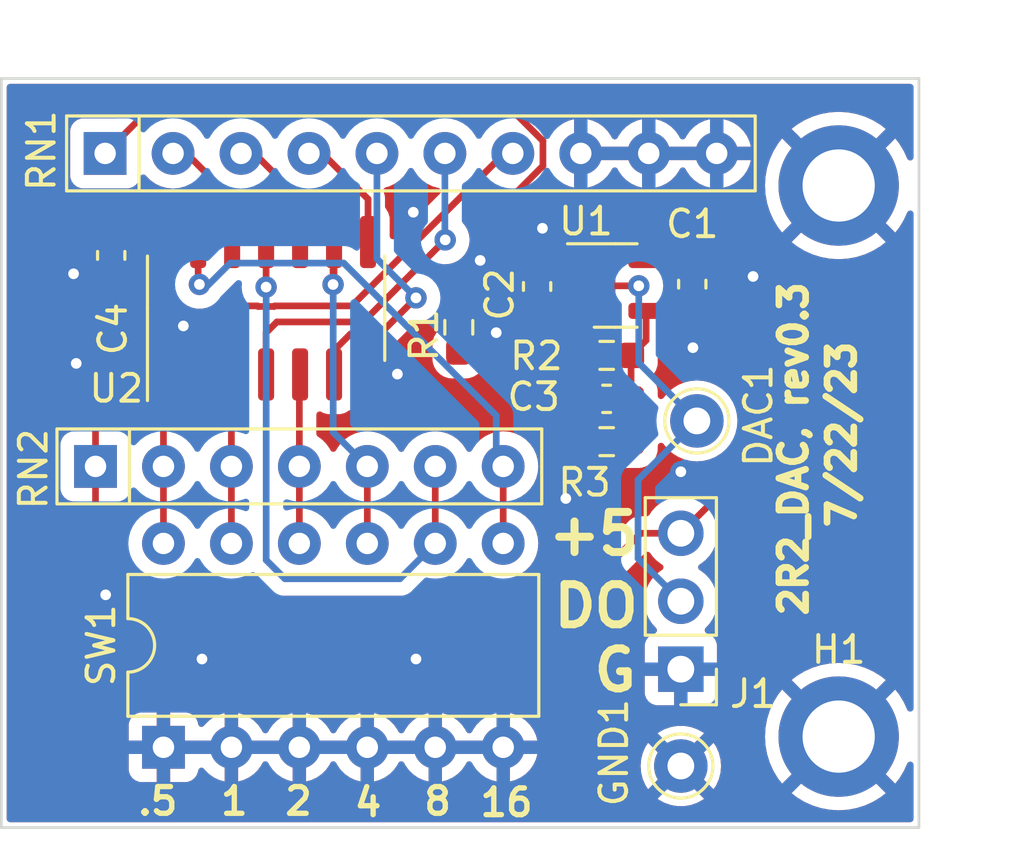
<source format=kicad_pcb>
(kicad_pcb (version 20221018) (generator pcbnew)
  (layers (0 "F.Cu" signal) (31 "B.Cu" signal) (34 "B.Paste" user) (35 "F.Paste" user) (36 "B.SilkS" user "B.Silkscreen") (37 "F.SilkS" user "F.Silkscreen") (38 "B.Mask" user) (39 "F.Mask" user) (44 "Edge.Cuts" user))
  (net 0 "")
  (net 1 "GND")
  (net 2 "+5V")
  (net 3 "Net-(J1-Pin_2)")
  (net 4 "Net-(U1--)")
  (net 5 "Net-(RN1-BIT_OUT)")
  (net 6 "Net-(RN1-MSB_1)")
  (net 7 "Net-(RN1-2)")
  (net 8 "Net-(RN1-R3)")
  (net 9 "Net-(RN1-R4)")
  (net 10 "Net-(RN1-R5)")
  (net 11 "Net-(RN1-R6)")
  (net 12 "Net-(RN2-R3)")
  (net 13 "Net-(RN2-R4)")
  (net 14 "Net-(RN2-R5)")
  (net 15 "Net-(RN2-R6)")
  (net 16 "Net-(RN2-R1)")
  (net 17 "Net-(RN2-R2)")
  (footprint "Package_TO_SOT_SMD:SOT-23-5" (layer "F.Cu") (at 101.897 106.2535)
    (fp_text reference "U1" (at -1.1125 -2.4) (layer "F.SilkS"))
    (fp_text value "MCP6001-OT")
    (fp_line (start 0 -1.56) (end -1.8 -1.56) (stroke (width 0.12)) (layer "F.SilkS"))
    (fp_line (start 0 -1.56) (end 0.8 -1.56) (stroke (width 0.12)) (layer "F.SilkS"))
    (fp_line (start 0 1.56) (end -0.8 1.56) (stroke (width 0.12)) (layer "F.SilkS"))
    (fp_line (start 0 1.56) (end 0.8 1.56) (stroke (width 0.12)) (layer "F.SilkS"))
    (pad "1" smd roundrect (at -1.1375 -0.95) (size 1.325 0.6) (layers "F.Cu" "F.Paste" "F.Mask") (net 3 "Net-(J1-Pin_2)"))
    (pad "2" smd roundrect (at -1.1375 0) (size 1.325 0.6) (layers "F.Cu" "F.Paste" "F.Mask") (net 1 "GND"))
    (pad "3" smd roundrect (at -1.1375 0.95) (size 1.325 0.6) (layers "F.Cu" "F.Paste" "F.Mask") (net 5 "Net-(RN1-BIT_OUT)"))
    (pad "4" smd roundrect (at 1.1375 0.95) (size 1.325 0.6) (layers "F.Cu" "F.Paste" "F.Mask") (net 4 "Net-(U1--)"))
    (pad "5" smd roundrect (at 1.1375 -0.95) (size 1.325 0.6) (layers "F.Cu" "F.Paste" "F.Mask") (net 2 "+5V"))
  )
  (footprint "Capacitor_SMD:C_0603_1608Metric_Pad1.08x0.95mm_HandSolder" (layer "F.Cu") (at 98.9595 106.291 90)
    (fp_text reference "C2" (at -0.3 -1.4 90) (layer "F.SilkS"))
    (fp_text value "100pF")
    (fp_line (start -0.146267 -0.51) (end 0.146267 -0.51) (stroke (width 0.12)) (layer "F.SilkS"))
    (fp_line (start -0.146267 0.51) (end 0.146267 0.51) (stroke (width 0.12)) (layer "F.SilkS"))
    (pad "1" smd roundrect (at -0.8625 0 90) (size 1.075 0.95) (layers "F.Cu" "F.Paste" "F.Mask") (net 5 "Net-(RN1-BIT_OUT)"))
    (pad "2" smd roundrect (at 0.8625 0 90) (size 1.075 0.95) (layers "F.Cu" "F.Paste" "F.Mask") (net 1 "GND"))
  )
  (footprint "Resistor_THT:R_Array_SIP7" (layer "F.Cu") (at 82.452 113.016)
    (fp_text reference "RN2" (at -2.32 0.1 90) (layer "F.SilkS"))
    (fp_text value "10K_NET")
    (fp_line (start -1.44 -1.4) (end -1.44 1.4) (stroke (width 0.12)) (layer "F.SilkS"))
    (fp_line (start -1.44 1.4) (end 16.68 1.4) (stroke (width 0.12)) (layer "F.SilkS"))
    (fp_line (start 1.27 -1.4) (end 1.27 1.4) (stroke (width 0.12)) (layer "F.SilkS"))
    (fp_line (start 16.68 -1.4) (end -1.44 -1.4) (stroke (width 0.12)) (layer "F.SilkS"))
    (fp_line (start 16.68 1.4) (end 16.68 -1.4) (stroke (width 0.12)) (layer "F.SilkS"))
    (pad "1" thru_hole rect (at 0 0) (size 1.6 1.6) (drill 0.8) (layers "*.Cu" "*.Mask") (net 2 "+5V"))
    (pad "2" thru_hole oval (at 2.54 0) (size 1.6 1.6) (drill 0.8) (layers "*.Cu" "*.Mask") (net 16 "Net-(RN2-R1)"))
    (pad "3" thru_hole oval (at 5.08 0) (size 1.6 1.6) (drill 0.8) (layers "*.Cu" "*.Mask") (net 17 "Net-(RN2-R2)"))
    (pad "4" thru_hole oval (at 7.62 0) (size 1.6 1.6) (drill 0.8) (layers "*.Cu" "*.Mask") (net 12 "Net-(RN2-R3)"))
    (pad "5" thru_hole oval (at 10.16 0) (size 1.6 1.6) (drill 0.8) (layers "*.Cu" "*.Mask") (net 13 "Net-(RN2-R4)"))
    (pad "6" thru_hole oval (at 12.7 0) (size 1.6 1.6) (drill 0.8) (layers "*.Cu" "*.Mask") (net 14 "Net-(RN2-R5)"))
    (pad "7" thru_hole oval (at 15.24 0) (size 1.6 1.6) (drill 0.8) (layers "*.Cu" "*.Mask") (net 15 "Net-(RN2-R6)"))
  )
  (footprint "Capacitor_SMD:C_0603_1608Metric_Pad1.08x0.95mm_HandSolder" (layer "F.Cu") (at 101.5595 110.491)
    (fp_text reference "C3" (at -2.7275 -0.075) (layer "F.SilkS"))
    (fp_text value "100pF")
    (fp_line (start -0.146267 -0.51) (end 0.146267 -0.51) (stroke (width 0.12)) (layer "F.SilkS"))
    (fp_line (start -0.146267 0.51) (end 0.146267 0.51) (stroke (width 0.12)) (layer "F.SilkS"))
    (pad "1" smd roundrect (at -0.8625 0) (size 1.075 0.95) (layers "F.Cu" "F.Paste" "F.Mask") (net 3 "Net-(J1-Pin_2)"))
    (pad "2" smd roundrect (at 0.8625 0) (size 1.075 0.95) (layers "F.Cu" "F.Paste" "F.Mask") (net 4 "Net-(U1--)"))
  )
  (footprint "Package_DIP:DIP-12_W7.62mm" (layer "F.Cu") (at 84.992 123.516 90)
    (fp_text reference "SW1" (at 3.81 -2.33 90) (layer "F.SilkS"))
    (fp_text value "SW_DIP_x06")
    (fp_line (start 1.16 -1.33) (end 1.16 14.03) (stroke (width 0.12)) (layer "F.SilkS"))
    (fp_line (start 1.16 14.03) (end 6.46 14.03) (stroke (width 0.12)) (layer "F.SilkS"))
    (fp_line (start 2.81 -1.33) (end 1.16 -1.33) (stroke (width 0.12)) (layer "F.SilkS"))
    (fp_line (start 6.46 -1.33) (end 4.81 -1.33) (stroke (width 0.12)) (layer "F.SilkS"))
    (fp_line (start 6.46 14.03) (end 6.46 -1.33) (stroke (width 0.12)) (layer "F.SilkS"))
    (fp_arc (start 4.81 -1.33) (mid 3.81 -0.33) (end 2.81 -1.33) (stroke (width 0.12)) (layer "F.SilkS"))
    (pad "1" thru_hole rect (at 0 0 90) (size 1.6 1.6) (drill 0.8) (layers "*.Cu" "*.Mask") (net 1 "GND"))
    (pad "2" thru_hole oval (at 0 2.54 90) (size 1.6 1.6) (drill 0.8) (layers "*.Cu" "*.Mask") (net 1 "GND"))
    (pad "3" thru_hole oval (at 0 5.08 90) (size 1.6 1.6) (drill 0.8) (layers "*.Cu" "*.Mask") (net 1 "GND"))
    (pad "4" thru_hole oval (at 0 7.62 90) (size 1.6 1.6) (drill 0.8) (layers "*.Cu" "*.Mask") (net 1 "GND"))
    (pad "5" thru_hole oval (at 0 10.16 90) (size 1.6 1.6) (drill 0.8) (layers "*.Cu" "*.Mask") (net 1 "GND"))
    (pad "6" thru_hole oval (at 0 12.7 90) (size 1.6 1.6) (drill 0.8) (layers "*.Cu" "*.Mask") (net 1 "GND"))
    (pad "7" thru_hole oval (at 7.62 12.7 90) (size 1.6 1.6) (drill 0.8) (layers "*.Cu" "*.Mask") (net 15 "Net-(RN2-R6)"))
    (pad "8" thru_hole oval (at 7.62 10.16 90) (size 1.6 1.6) (drill 0.8) (layers "*.Cu" "*.Mask") (net 14 "Net-(RN2-R5)"))
    (pad "9" thru_hole oval (at 7.62 7.62 90) (size 1.6 1.6) (drill 0.8) (layers "*.Cu" "*.Mask") (net 13 "Net-(RN2-R4)"))
    (pad "10" thru_hole oval (at 7.62 5.08 90) (size 1.6 1.6) (drill 0.8) (layers "*.Cu" "*.Mask") (net 12 "Net-(RN2-R3)"))
    (pad "11" thru_hole oval (at 7.62 2.54 90) (size 1.6 1.6) (drill 0.8) (layers "*.Cu" "*.Mask") (net 17 "Net-(RN2-R2)"))
    (pad "12" thru_hole oval (at 7.62 0 90) (size 1.6 1.6) (drill 0.8) (layers "*.Cu" "*.Mask") (net 16 "Net-(RN2-R1)"))
  )
  (footprint "Resistor_SMD:R_0603_1608Metric_Pad0.98x0.95mm_HandSolder" (layer "F.Cu") (at 101.5595 112.091)
    (fp_text reference "R3" (at -0.8275 1.525) (layer "F.SilkS"))
    (fp_text value "10K")
    (fp_line (start -0.254724 -0.5225) (end 0.254724 -0.5225) (stroke (width 0.12)) (layer "F.SilkS"))
    (fp_line (start -0.254724 0.5225) (end 0.254724 0.5225) (stroke (width 0.12)) (layer "F.SilkS"))
    (pad "1" smd roundrect (at -0.9125 0) (size 0.975 0.95) (layers "F.Cu" "F.Paste" "F.Mask") (net 1 "GND"))
    (pad "2" smd roundrect (at 0.9125 0) (size 0.975 0.95) (layers "F.Cu" "F.Paste" "F.Mask") (net 4 "Net-(U1--)"))
  )
  (footprint "Resistor_THT:R_Array_SIP10" (layer "F.Cu") (at 82.812 101.316)
    (fp_text reference "RN1" (at -2.38 -0.1 90) (layer "F.SilkS"))
    (fp_text value "2R2_Network10_US")
    (fp_line (start -1.44 -1.4) (end -1.44 1.4) (stroke (width 0.12)) (layer "F.SilkS"))
    (fp_line (start -1.44 1.4) (end 24.3 1.4) (stroke (width 0.12)) (layer "F.SilkS"))
    (fp_line (start 1.27 -1.4) (end 1.27 1.4) (stroke (width 0.12)) (layer "F.SilkS"))
    (fp_line (start 24.3 -1.4) (end -1.44 -1.4) (stroke (width 0.12)) (layer "F.SilkS"))
    (fp_line (start 24.3 1.4) (end 24.3 -1.4) (stroke (width 0.12)) (layer "F.SilkS"))
    (pad "1" thru_hole rect (at 0 0) (size 1.6 1.6) (drill 0.8) (layers "*.Cu" "*.Mask") (net 5 "Net-(RN1-BIT_OUT)"))
    (pad "2" thru_hole oval (at 2.54 0) (size 1.6 1.6) (drill 0.8) (layers "*.Cu" "*.Mask") (net 6 "Net-(RN1-MSB_1)"))
    (pad "3" thru_hole oval (at 5.08 0) (size 1.6 1.6) (drill 0.8) (layers "*.Cu" "*.Mask") (net 7 "Net-(RN1-2)"))
    (pad "4" thru_hole oval (at 7.62 0) (size 1.6 1.6) (drill 0.8) (layers "*.Cu" "*.Mask") (net 8 "Net-(RN1-R3)"))
    (pad "5" thru_hole oval (at 10.16 0) (size 1.6 1.6) (drill 0.8) (layers "*.Cu" "*.Mask") (net 9 "Net-(RN1-R4)"))
    (pad "6" thru_hole oval (at 12.7 0) (size 1.6 1.6) (drill 0.8) (layers "*.Cu" "*.Mask") (net 10 "Net-(RN1-R5)"))
    (pad "7" thru_hole oval (at 15.24 0) (size 1.6 1.6) (drill 0.8) (layers "*.Cu" "*.Mask") (net 11 "Net-(RN1-R6)"))
    (pad "8" thru_hole oval (at 17.78 0) (size 1.6 1.6) (drill 0.8) (layers "*.Cu" "*.Mask") (net 1 "GND"))
    (pad "9" thru_hole oval (at 20.32 0) (size 1.6 1.6) (drill 0.8) (layers "*.Cu" "*.Mask") (net 1 "GND"))
    (pad "10" thru_hole oval (at 22.86 0) (size 1.6 1.6) (drill 0.8) (layers "*.Cu" "*.Mask") (net 1 "GND"))
  )
  (footprint "TestPoint:TestPoint_THTPad_D2.0mm_Drill1.0mm" (layer "F.Cu") (at 104.932 111.316)
    (fp_text reference "DAC1" (at 2.3 -0.2 90) (layer "F.SilkS"))
    (fp_text value "DAC")
    (fp_circle (center 0 0) (end 0 1.2) (stroke (width 0.12)) (fill none) (layer "F.SilkS"))
    (pad "1" thru_hole circle (at 0 0) (size 2 2) (drill 1) (layers "*.Cu" "*.Mask") (net 3 "Net-(J1-Pin_2)"))
  )
  (footprint "MountingHole:MountingHole_2.7mm_M2.5_ISO14580_Pad" (layer "F.Cu") (at 110.232 102.516 90)
    (fp_text reference "H2" hide)
    (fp_text value "MountingHole_Pad")
    (pad "1" thru_hole circle (at 0 0 90) (size 4.5 4.5) (drill 2.7) (layers "*.Cu" "*.Mask") (net 1 "GND"))
  )
  (footprint "Resistor_SMD:R_0603_1608Metric_Pad0.98x0.95mm_HandSolder" (layer "F.Cu") (at 96.032 107.816 -90)
    (fp_text reference "R1" (at 0.3 1.3 90) (layer "F.SilkS"))
    (fp_text value "DNL")
    (fp_line (start -0.254724 -0.5225) (end 0.254724 -0.5225) (stroke (width 0.12)) (layer "F.SilkS"))
    (fp_line (start -0.254724 0.5225) (end 0.254724 0.5225) (stroke (width 0.12)) (layer "F.SilkS"))
    (pad "1" smd roundrect (at -0.9125 0 270) (size 0.975 0.95) (layers "F.Cu" "F.Paste" "F.Mask") (net 5 "Net-(RN1-BIT_OUT)"))
    (pad "2" smd roundrect (at 0.9125 0 270) (size 0.975 0.95) (layers "F.Cu" "F.Paste" "F.Mask") (net 3 "Net-(J1-Pin_2)"))
  )
  (footprint "Capacitor_SMD:C_0603_1608Metric_Pad1.08x0.95mm_HandSolder" (layer "F.Cu") (at 83.039125 105.1285 -90)
    (fp_text reference "C4" (at 2.75 -0.06 -270) (layer "F.SilkS"))
    (fp_text value "0.1uF")
    (fp_line (start -0.146267 -0.51) (end 0.146267 -0.51) (stroke (width 0.12)) (layer "F.SilkS"))
    (fp_line (start -0.146267 0.51) (end 0.146267 0.51) (stroke (width 0.12)) (layer "F.SilkS"))
    (pad "1" smd roundrect (at -0.8625 0 270) (size 1.075 0.95) (layers "F.Cu" "F.Paste" "F.Mask") (net 2 "+5V"))
    (pad "2" smd roundrect (at 0.8625 0 270) (size 1.075 0.95) (layers "F.Cu" "F.Paste" "F.Mask") (net 1 "GND"))
  )
  (footprint "TestPoint:TestPoint_THTPad_D2.0mm_Drill1.0mm" (layer "F.Cu") (at 104.332 124.216)
    (fp_text reference "GND1" (at -2.5 -0.5 90) (layer "F.SilkS"))
    (fp_text value "GND1")
    (fp_circle (center 0 0) (end 0 1.2) (stroke (width 0.12)) (fill none) (layer "F.SilkS"))
    (pad "1" thru_hole circle (at 0 0) (size 2 2) (drill 1) (layers "*.Cu" "*.Mask") (net 1 "GND"))
  )
  (footprint "Resistor_SMD:R_0603_1608Metric_Pad0.98x0.95mm_HandSolder" (layer "F.Cu") (at 101.5595 108.866 180)
    (fp_text reference "R2" (at 2.6275 -0.025 180) (layer "F.SilkS"))
    (fp_text value "10K")
    (fp_line (start -0.254724 -0.5225) (end 0.254724 -0.5225) (stroke (width 0.12)) (layer "F.SilkS"))
    (fp_line (start -0.254724 0.5225) (end 0.254724 0.5225) (stroke (width 0.12)) (layer "F.SilkS"))
    (pad "1" smd roundrect (at -0.9125 0 180) (size 0.975 0.95) (layers "F.Cu" "F.Paste" "F.Mask") (net 4 "Net-(U1--)"))
    (pad "2" smd roundrect (at 0.9125 0 180) (size 0.975 0.95) (layers "F.Cu" "F.Paste" "F.Mask") (net 3 "Net-(J1-Pin_2)"))
  )
  (footprint "Package_SO:SOIC-14_3.9x8.7mm_P1.27mm" (layer "F.Cu") (at 88.829125 107.1035 90)
    (fp_text reference "U2" (at -3 -5.6 180) (layer "F.SilkS"))
    (fp_text value "74AHC04")
    (fp_line (start 0 -4.435) (end -3.45 -4.435) (stroke (width 0.12)) (layer "F.SilkS"))
    (fp_line (start 0 -4.435) (end 1.95 -4.435) (stroke (width 0.12)) (layer "F.SilkS"))
    (fp_line (start 0 4.435) (end -1.95 4.435) (stroke (width 0.12)) (layer "F.SilkS"))
    (fp_line (start 0 4.435) (end 1.95 4.435) (stroke (width 0.12)) (layer "F.SilkS"))
    (pad "1" smd roundrect (at -2.475 -3.81 90) (size 1.95 0.6) (layers "F.Cu" "F.Paste" "F.Mask") (net 16 "Net-(RN2-R1)"))
    (pad "2" smd roundrect (at -2.475 -2.54 90) (size 1.95 0.6) (layers "F.Cu" "F.Paste" "F.Mask") (net 11 "Net-(RN1-R6)"))
    (pad "3" smd roundrect (at -2.475 -1.27 90) (size 1.95 0.6) (layers "F.Cu" "F.Paste" "F.Mask") (net 17 "Net-(RN2-R2)"))
    (pad "4" smd roundrect (at -2.475 0 90) (size 1.95 0.6) (layers "F.Cu" "F.Paste" "F.Mask") (net 10 "Net-(RN1-R5)"))
    (pad "5" smd roundrect (at -2.475 1.27 90) (size 1.95 0.6) (layers "F.Cu" "F.Paste" "F.Mask") (net 12 "Net-(RN2-R3)"))
    (pad "6" smd roundrect (at -2.475 2.54 90) (size 1.95 0.6) (layers "F.Cu" "F.Paste" "F.Mask") (net 9 "Net-(RN1-R4)"))
    (pad "7" smd roundrect (at -2.475 3.81 90) (size 1.95 0.6) (layers "F.Cu" "F.Paste" "F.Mask") (net 1 "GND"))
    (pad "8" smd roundrect (at 2.475 3.81 90) (size 1.95 0.6) (layers "F.Cu" "F.Paste" "F.Mask") (net 8 "Net-(RN1-R3)"))
    (pad "9" smd roundrect (at 2.475 2.54 90) (size 1.95 0.6) (layers "F.Cu" "F.Paste" "F.Mask") (net 13 "Net-(RN2-R4)"))
    (pad "10" smd roundrect (at 2.475 1.27 90) (size 1.95 0.6) (layers "F.Cu" "F.Paste" "F.Mask") (net 7 "Net-(RN1-2)"))
    (pad "11" smd roundrect (at 2.475 0 90) (size 1.95 0.6) (layers "F.Cu" "F.Paste" "F.Mask") (net 14 "Net-(RN2-R5)"))
    (pad "12" smd roundrect (at 2.475 -1.27 90) (size 1.95 0.6) (layers "F.Cu" "F.Paste" "F.Mask") (net 6 "Net-(RN1-MSB_1)"))
    (pad "13" smd roundrect (at 2.475 -2.54 90) (size 1.95 0.6) (layers "F.Cu" "F.Paste" "F.Mask") (net 15 "Net-(RN2-R6)"))
    (pad "14" smd roundrect (at 2.475 -3.81 90) (size 1.95 0.6) (layers "F.Cu" "F.Paste" "F.Mask") (net 2 "+5V"))
  )
  (footprint "MountingHole:MountingHole_2.7mm_M2.5_ISO14580_Pad" (layer "F.Cu") (at 110.232 123.116)
    (fp_text reference "H1" (at 0 -3.25) (layer "F.SilkS"))
    (fp_text value "MountingHole_Pad")
    (pad "1" thru_hole circle (at 0 0) (size 4.5 4.5) (drill 2.7) (layers "*.Cu" "*.Mask") (net 1 "GND"))
  )
  (footprint "Capacitor_SMD:C_0603_1608Metric_Pad1.08x0.95mm_HandSolder" (layer "F.Cu") (at 104.7595 106.2035 -90)
    (fp_text reference "C1" (at -2.25 0) (layer "F.SilkS"))
    (fp_text value "0.1uF")
    (fp_line (start -0.146267 -0.51) (end 0.146267 -0.51) (stroke (width 0.12)) (layer "F.SilkS"))
    (fp_line (start -0.146267 0.51) (end 0.146267 0.51) (stroke (width 0.12)) (layer "F.SilkS"))
    (pad "1" smd roundrect (at -0.8625 0 270) (size 1.075 0.95) (layers "F.Cu" "F.Paste" "F.Mask") (net 2 "+5V"))
    (pad "2" smd roundrect (at 0.8625 0 270) (size 1.075 0.95) (layers "F.Cu" "F.Paste" "F.Mask") (net 1 "GND"))
  )
  (footprint "Connector_PinHeader_2.54mm:PinHeader_1x03_P2.54mm_Vertical" (layer "F.Cu") (at 104.332 120.596 180)
    (fp_text reference "J1" (at -2.7 -0.92) (layer "F.SilkS"))
    (fp_text value "Conn_01x03")
    (fp_line (start -1.33 -1.33) (end 0 -1.33) (stroke (width 0.12)) (layer "F.SilkS"))
    (fp_line (start -1.33 0) (end -1.33 -1.33) (stroke (width 0.12)) (layer "F.SilkS"))
    (fp_line (start -1.33 1.27) (end -1.33 6.41) (stroke (width 0.12)) (layer "F.SilkS"))
    (fp_line (start -1.33 1.27) (end 1.33 1.27) (stroke (width 0.12)) (layer "F.SilkS"))
    (fp_line (start -1.33 6.41) (end 1.33 6.41) (stroke (width 0.12)) (layer "F.SilkS"))
    (fp_line (start 1.33 1.27) (end 1.33 6.41) (stroke (width 0.12)) (layer "F.SilkS"))
    (pad "1" thru_hole rect (at 0 0 180) (size 1.7 1.7) (drill 1) (layers "*.Cu" "*.Mask") (net 1 "GND"))
    (pad "2" thru_hole oval (at 0 2.54 180) (size 1.7 1.7) (drill 1) (layers "*.Cu" "*.Mask") (net 3 "Net-(J1-Pin_2)"))
    (pad "3" thru_hole oval (at 0 5.08 180) (size 1.7 1.7) (drill 1) (layers "*.Cu" "*.Mask") (net 2 "+5V"))
  )
  (gr_line (start 113.232 98.516) (end 113.232 126.516) (stroke (width 0.1)) (layer "Edge.Cuts"))
  (gr_line (start 78.932 126.516) (end 78.932 98.516) (stroke (width 0.1)) (layer "Edge.Cuts"))
  (gr_line (start 113.232 126.516) (end 78.932 126.516) (stroke (width 0.1)) (layer "Edge.Cuts"))
  (gr_line (start 78.932 98.516) (end 113.232 98.516) (stroke (width 0.1)) (layer "Edge.Cuts"))
  (gr_text "DO" (at 99.432 119.116) (layer "F.SilkS") (effects (font (size 1.5 1.5) (thickness 0.3) bold) (justify left bottom)))
  (gr_text "8" (at 94.632 126.116) (layer "F.SilkS") (effects (font (size 1 1) (thickness 0.2) bold) (justify left bottom)))
  (gr_text "G" (at 100.932 121.516) (layer "F.SilkS") (effects (font (size 1.5 1.5) (thickness 0.3) bold) (justify left bottom)))
  (gr_text "+5" (at 99.232 116.416) (layer "F.SilkS") (effects (font (size 1.5 1.5) (thickness 0.3) bold) (justify left bottom)))
  (gr_text "16" (at 96.732 126.166) (layer "F.SilkS") (effects (font (size 1 1) (thickness 0.2) bold) (justify left bottom)))
  (gr_text "1" (at 87.032 126.116) (layer "F.SilkS") (effects (font (size 1 1) (thickness 0.2) bold) (justify left bottom)))
  (gr_text "7/22/23" (at 110.932 115.416 90) (layer "F.SilkS") (effects (font (size 1 1) (thickness 0.25) bold) (justify left bottom)))
  (gr_text "2R2_DAC, rev0.3" (at 109.132 118.716 90) (layer "F.SilkS") (effects (font (size 1 1) (thickness 0.25) bold) (justify left bottom)))
  (gr_text "4" (at 92.032 126.166) (layer "F.SilkS") (effects (font (size 1 1) (thickness 0.2) bold) (justify left bottom)))
  (gr_text ".5" (at 83.932 126.116) (layer "F.SilkS") (effects (font (size 1 1) (thickness 0.2) bold) (justify left bottom)))
  (gr_text "2" (at 89.432 126.116) (layer "F.SilkS") (effects (font (size 1 1) (thickness 0.2) bold) (justify left bottom)))
  (segment (start 93.724125 109.5785) (end 92.639125 109.5785) (width 0.25) (layer "F.Cu") (net 1))
  (segment (start 100.7595 106.2535) (end 99.7845 106.2535) (width 0.25) (layer "F.Cu") (net 1))
  (segment (start 104.7845 107.091) (end 104.7595 107.066) (width 0.25) (layer "F.Cu") (net 1))
  (segment (start 98.9595 104.3155) (end 98.9595 105.4285) (width 0.25) (layer "F.Cu") (net 1))
  (segment (start 93.736625 109.566) (end 93.724125 109.5785) (width 0.25) (layer "F.Cu") (net 1))
  (segment (start 99.1595 104.1155) (end 98.9595 104.3155) (width 0.25) (layer "F.Cu") (net 1))
  (segment (start 82.926625 105.8785) (end 83.039125 105.991) (width 0.25) (layer "F.Cu") (net 1))
  (segment (start 99.7845 106.2535) (end 98.9595 105.4285) (width 0.25) (layer "F.Cu") (net 1))
  (via (at 81.732 109.166) (size 0.8) (drill 0.4) (layers "F.Cu" "B.Cu") (net 1))
  (via (at 93.736625 109.566) (size 0.8) (drill 0.4) (layers "F.Cu" "B.Cu") (net 1))
  (via (at 104.332 113.216) (size 0.8) (drill 0.4) (layers "F.Cu" "B.Cu") (net 1))
  (via (at 94.432 120.216) (size 0.8) (drill 0.4) (layers "F.Cu" "B.Cu") (net 1))
  (via (at 100.032 114.216) (size 0.8) (drill 0.4) (layers "F.Cu" "B.Cu") (net 1))
  (via (at 81.632 105.816) (size 0.8) (drill 0.4) (layers "F.Cu" "B.Cu") (net 1))
  (via (at 94.332 103.516) (size 0.8) (drill 0.4) (layers "F.Cu" "B.Cu") (net 1))
  (via (at 82.832 117.816) (size 0.8) (drill 0.4) (layers "F.Cu" "B.Cu") (net 1))
  (via (at 96.832 105.316) (size 0.8) (drill 0.4) (layers "F.Cu" "B.Cu") (net 1))
  (via (at 97.432 108.016) (size 0.8) (drill 0.4) (layers "F.Cu" "B.Cu") (net 1))
  (via (at 99.1595 104.1155) (size 0.8) (drill 0.4) (layers "F.Cu" "B.Cu") (net 1))
  (via (at 86.432 120.216) (size 0.8) (drill 0.4) (layers "F.Cu" "B.Cu") (net 1))
  (via (at 85.736625 107.766) (size 0.8) (drill 0.4) (layers "F.Cu" "B.Cu") (net 1))
  (via (at 107.032 105.916) (size 0.8) (drill 0.4) (layers "F.Cu" "B.Cu") (net 1))
  (via (at 104.7845 108.5785) (size 0.8) (drill 0.4) (layers "F.Cu" "B.Cu") (net 1))
  (segment (start 106.632 107.2135) (end 106.632 113.216) (width 0.25) (layer "F.Cu") (net 2))
  (segment (start 82.759312 109.543312) (end 85.019125 107.2835) (width 0.25) (layer "F.Cu") (net 2))
  (segment (start 106.632 113.216) (end 104.332 115.516) (width 0.25) (layer "F.Cu") (net 2))
  (segment (start 82.452 113.016) (end 82.452 109.850624) (width 0.25) (layer "F.Cu") (net 2))
  (segment (start 100.3695 117.9785) (end 102.832 115.516) (width 0.25) (layer "F.Cu") (net 2))
  (segment (start 82.452 113.016) (end 82.452 116.236) (width 0.25) (layer "F.Cu") (net 2))
  (segment (start 82.452 116.236) (end 84.1945 117.9785) (width 0.25) (layer "F.Cu") (net 2))
  (segment (start 103.0345 105.3035) (end 104.722 105.3035) (width 0.25) (layer "F.Cu") (net 2))
  (segment (start 85.019125 104.6285) (end 85.019125 104.6085) (width 0.25) (layer "F.Cu") (net 2))
  (segment (start 84.1945 117.9785) (end 100.3695 117.9785) (width 0.25) (layer "F.Cu") (net 2))
  (segment (start 85.019125 104.6085) (end 84.539125 104.1285) (width 0.25) (layer "F.Cu") (net 2))
  (segment (start 82.617875 109.68475) (end 82.759312 109.543312) (width 0.25) (layer "F.Cu") (net 2))
  (segment (start 82.452 109.850624) (end 82.759312 109.543312) (width 0.25) (layer "F.Cu") (net 2))
  (segment (start 104.7595 105.341) (end 106.632 107.2135) (width 0.25) (layer "F.Cu") (net 2))
  (segment (start 84.539125 104.1285) (end 83.176625 104.1285) (width 0.25) (layer "F.Cu") (net 2))
  (segment (start 102.832 115.516) (end 104.332 115.516) (width 0.25) (layer "F.Cu") (net 2))
  (segment (start 104.722 105.3035) (end 104.7595 105.341) (width 0.25) (layer "F.Cu") (net 2))
  (segment (start 85.019125 107.2835) (end 85.019125 104.6285) (width 0.25) (layer "F.Cu") (net 2))
  (segment (start 100.647 108.866) (end 100.647 110.416) (width 0.25) (layer "F.Cu") (net 3))
  (segment (start 100.647 108.866) (end 96.1695 108.866) (width 0.25) (layer "F.Cu") (net 3))
  (segment (start 100.7595 105.3035) (end 101.397 105.3035) (width 0.25) (layer "F.Cu") (net 3))
  (segment (start 101.7595 106.266) (end 101.7595 108.066) (width 0.25) (layer "F.Cu") (net 3))
  (segment (start 100.647 110.416) (end 100.697 110.466) (width 0.25) (layer "F.Cu") (net 3))
  (segment (start 101.397 105.3035) (end 101.7595 105.666) (width 0.25) (layer "F.Cu") (net 3))
  (segment (start 101.7595 106.266) (end 102.7595 106.266) (width 0.25) (layer "F.Cu") (net 3))
  (segment (start 101.7595 108.066) (end 100.9595 108.866) (width 0.25) (layer "F.Cu") (net 3))
  (segment (start 100.9595 108.866) (end 100.647 108.866) (width 0.25) (layer "F.Cu") (net 3))
  (segment (start 96.1695 108.866) (end 96.032 108.7285) (width 0.25) (layer "F.Cu") (net 3))
  (segment (start 101.7595 105.666) (end 101.7595 106.266) (width 0.25) (layer "F.Cu") (net 3))
  (via (at 102.7595 106.266) (size 0.8) (drill 0.4) (layers "F.Cu" "B.Cu") (net 3))
  (segment (start 102.7595 106.266) (end 102.7595 109.1435) (width 0.25) (layer "B.Cu") (net 3))
  (segment (start 102.732 113.516) (end 102.732 116.456) (width 0.25) (layer "B.Cu") (net 3))
  (segment (start 102.7595 109.1435) (end 104.932 111.316) (width 0.25) (layer "B.Cu") (net 3))
  (segment (start 102.732 116.456) (end 104.332 118.056) (width 0.25) (layer "B.Cu") (net 3))
  (segment (start 104.932 111.316) (end 102.732 113.516) (width 0.25) (layer "B.Cu") (net 3))
  (segment (start 102.472 110.416) (end 102.422 110.466) (width 0.25) (layer "F.Cu") (net 4))
  (segment (start 103.0345 107.2035) (end 103.0345 108.3035) (width 0.25) (layer "F.Cu") (net 4))
  (segment (start 102.422 112.041) (end 102.472 112.091) (width 0.25) (layer "F.Cu") (net 4))
  (segment (start 102.472 108.866) (end 102.472 110.416) (width 0.25) (layer "F.Cu") (net 4))
  (segment (start 102.422 110.466) (end 102.422 112.041) (width 0.25) (layer "F.Cu") (net 4))
  (segment (start 103.0345 108.3035) (end 102.472 108.866) (width 0.25) (layer "F.Cu") (net 4))
  (segment (start 100.7595 107.2035) (end 99.0095 107.2035) (width 0.25) (layer "F.Cu") (net 5))
  (segment (start 96.032 106.9035) (end 97.5345 106.9035) (width 0.25) (layer "F.Cu") (net 5))
  (segment (start 82.812 101.316) (end 84.412 99.716) (width 0.25) (layer "F.Cu") (net 5))
  (segment (start 97.5345 106.9035) (end 98.122 106.316) (width 0.25) (layer "F.Cu") (net 5))
  (segment (start 98.042991 99.716) (end 99.177 100.850009) (width 0.25) (layer "F.Cu") (net 5))
  (segment (start 99.177 100.850009) (end 99.177 101.781991) (width 0.25) (layer "F.Cu") (net 5))
  (segment (start 84.412 99.716) (end 98.042991 99.716) (width 0.25) (layer "F.Cu") (net 5))
  (segment (start 98.122 106.316) (end 98.9595 107.1535) (width 0.25) (layer "F.Cu") (net 5))
  (segment (start 98.122 102.836991) (end 98.122 106.316) (width 0.25) (layer "F.Cu") (net 5))
  (segment (start 99.177 101.781991) (end 98.122 102.836991) (width 0.25) (layer "F.Cu") (net 5))
  (segment (start 87.559125 104.6285) (end 87.559125 103.023125) (width 0.25) (layer "F.Cu") (net 6))
  (segment (start 87.559125 103.023125) (end 85.352 100.816) (width 0.25) (layer "F.Cu") (net 6))
  (segment (start 90.099125 103.023125) (end 87.892 100.816) (width 0.25) (layer "F.Cu") (net 7))
  (segment (start 90.099125 104.6285) (end 90.099125 103.023125) (width 0.25) (layer "F.Cu") (net 7))
  (segment (start 92.639125 104.6285) (end 92.639125 103.023125) (width 0.25) (layer "F.Cu") (net 8))
  (segment (start 92.639125 103.023125) (end 90.432 100.816) (width 0.25) (layer "F.Cu") (net 8))
  (segment (start 91.369125 108.678875) (end 91.982 108.066) (width 0.25) (layer "F.Cu") (net 9))
  (segment (start 91.369125 109.5785) (end 91.369125 108.678875) (width 0.25) (layer "F.Cu") (net 9))
  (segment (start 93.082 108.066) (end 94.432 106.716) (width 0.25) (layer "F.Cu") (net 9))
  (segment (start 91.982 108.066) (end 93.082 108.066) (width 0.25) (layer "F.Cu") (net 9))
  (via (at 94.432 106.716) (size 0.8) (drill 0.4) (layers "F.Cu" "B.Cu") (net 9))
  (segment (start 92.972 105.256) (end 94.432 106.716) (width 0.25) (layer "B.Cu") (net 9))
  (segment (start 92.972 101.316) (end 92.972 105.256) (width 0.25) (layer "B.Cu") (net 9))
  (segment (start 88.829125 108.018875) (end 88.829125 109.5785) (width 0.25) (layer "F.Cu") (net 10))
  (segment (start 92.456598 107.616) (end 89.232 107.616) (width 0.25) (layer "F.Cu") (net 10))
  (segment (start 89.232 107.616) (end 88.829125 108.018875) (width 0.25) (layer "F.Cu") (net 10))
  (segment (start 95.524299 104.548299) (end 92.456598 107.616) (width 0.25) (layer "F.Cu") (net 10))
  (via (at 95.524299 104.548299) (size 0.8) (drill 0.4) (layers "F.Cu" "B.Cu") (net 10))
  (segment (start 95.524299 104.548299) (end 95.512 104.536) (width 0.25) (layer "B.Cu") (net 10))
  (segment (start 95.512 104.536) (end 95.512 101.316) (width 0.25) (layer "B.Cu") (net 10))
  (segment (start 87.831695 107.016305) (end 86.289125 108.558875) (width 0.25) (layer "F.Cu") (net 11))
  (segment (start 89.12943 107.038125) (end 88.52882 107.038125) (width 0.25) (layer "F.Cu") (net 11))
  (segment (start 92.061625 107.016305) (end 89.15125 107.016305) (width 0.25) (layer "F.Cu") (net 11))
  (segment (start 89.15125 107.016305) (end 89.12943 107.038125) (width 0.25) (layer "F.Cu") (net 11))
  (segment (start 88.52882 107.038125) (end 88.507 107.016305) (width 0.25) (layer "F.Cu") (net 11))
  (segment (start 98.052 100.996) (end 92.061625 106.986375) (width 0.25) (layer "F.Cu") (net 11))
  (segment (start 86.289125 108.558875) (end 86.289125 109.5785) (width 0.25) (layer "F.Cu") (net 11))
  (segment (start 88.507 107.016305) (end 87.831695 107.016305) (width 0.25) (layer "F.Cu") (net 11))
  (segment (start 90.072 113.016) (end 90.072 109.605625) (width 0.25) (layer "F.Cu") (net 12))
  (segment (start 90.072 113.016) (end 90.072 115.896) (width 0.25) (layer "F.Cu") (net 12))
  (segment (start 90.072 109.605625) (end 90.099125 109.5785) (width 0.25) (layer "F.Cu") (net 12))
  (segment (start 91.369125 106.1335) (end 91.369125 104.6285) (width 0.25) (layer "F.Cu") (net 13))
  (segment (start 91.332 106.216) (end 91.332 105.666) (width 0.25) (layer "F.Cu") (net 13))
  (segment (start 92.612 113.016) (end 92.612 115.896) (width 0.25) (layer "F.Cu") (net 13))
  (segment (start 91.332 105.666) (end 91.3645 105.6335) (width 0.25) (layer "F.Cu") (net 13))
  (via (at 91.332 106.216) (size 0.8) (drill 0.4) (layers "F.Cu" "B.Cu") (net 13))
  (segment (start 91.332 106.216) (end 91.336625 106.220625) (width 0.25) (layer "B.Cu") (net 13))
  (segment (start 91.336625 111.740625) (end 92.612 113.016) (width 0.25) (layer "B.Cu") (net 13))
  (segment (start 91.336625 106.220625) (end 91.336625 111.740625) (width 0.25) (layer "B.Cu") (net 13))
  (segment (start 88.829125 106.313125) (end 88.829125 104.6285) (width 0.25) (layer "F.Cu") (net 14))
  (segment (start 95.152 113.016) (end 95.152 115.896) (width 0.25) (layer "F.Cu") (net 14))
  (via (at 88.829125 106.313125) (size 0.8) (drill 0.4) (layers "F.Cu" "B.Cu") (net 14))
  (segment (start 95.152 115.896) (end 93.832 117.216) (width 0.25) (layer "B.Cu") (net 14))
  (segment (start 89.532 117.216) (end 88.832 116.516) (width 0.25) (layer "B.Cu") (net 14))
  (segment (start 93.832 117.216) (end 89.532 117.216) (width 0.25) (layer "B.Cu") (net 14))
  (segment (start 88.832 116.516) (end 88.832 106.316) (width 0.25) (layer "B.Cu") (net 14))
  (segment (start 86.336625 106.2135) (end 86.289125 106.166) (width 0.25) (layer "F.Cu") (net 15))
  (segment (start 86.289125 106.166) (end 86.289125 104.6285) (width 0.25) (layer "F.Cu") (net 15))
  (segment (start 97.692 113.016) (end 97.692 115.896) (width 0.25) (layer "F.Cu") (net 15))
  (via (at 86.336625 106.2135) (size 0.8) (drill 0.4) (layers "F.Cu" "B.Cu") (net 15))
  (segment (start 97.432 111.116) (end 97.432 112.656) (width 0.25) (layer "B.Cu") (net 15))
  (segment (start 97.332 111.016) (end 97.432 111.116) (width 0.25) (layer "B.Cu") (net 15))
  (segment (start 97.432 112.656) (end 97.442 112.666) (width 0.25) (layer "B.Cu") (net 15))
  (segment (start 87.486625 105.416) (end 91.732 105.416) (width 0.25) (layer "B.Cu") (net 15))
  (segment (start 91.732 105.416) (end 97.332 111.016) (width 0.25) (layer "B.Cu") (net 15))
  (segment (start 86.661625 106.241) (end 87.486625 105.416) (width 0.25) (layer "B.Cu") (net 15))
  (segment (start 84.992 109.605625) (end 85.019125 109.5785) (width 0.25) (layer "F.Cu") (net 16))
  (segment (start 84.992 113.016) (end 84.992 109.605625) (width 0.25) (layer "F.Cu") (net 16))
  (segment (start 84.992 113.016) (end 84.992 115.896) (width 0.25) (layer "F.Cu") (net 16))
  (segment (start 87.532 109.605625) (end 87.559125 109.5785) (width 0.25) (layer "F.Cu") (net 17))
  (segment (start 87.532 113.016) (end 87.532 115.896) (width 0.25) (layer "F.Cu") (net 17))
  (segment (start 87.532 113.016) (end 87.532 109.605625) (width 0.25) (layer "F.Cu") (net 17))
  (zone (net 1) (net_name "GND") (layer "F.Cu") (connect_pads (clearance 0.508)) (min_thickness 0.25) (fill yes (thermal_gap 0.5) (thermal_bridge_width 0.5))
    (polygon (pts (xy 78.932 126.516) (xy 78.932 98.516) (xy 113.232 98.516) (xy 113.232 126.516)))
  )
  (zone (net 1) (net_name "GND") (layer "B.Cu") (priority 1) (connect_pads (clearance 0.508)) (min_thickness 0.25) (fill yes (thermal_gap 0.5) (thermal_bridge_width 0.5))
    (polygon (pts (xy 78.932 126.516) (xy 78.932 98.516) (xy 113.232 98.516) (xy 113.232 126.516)))
  )
)
</source>
